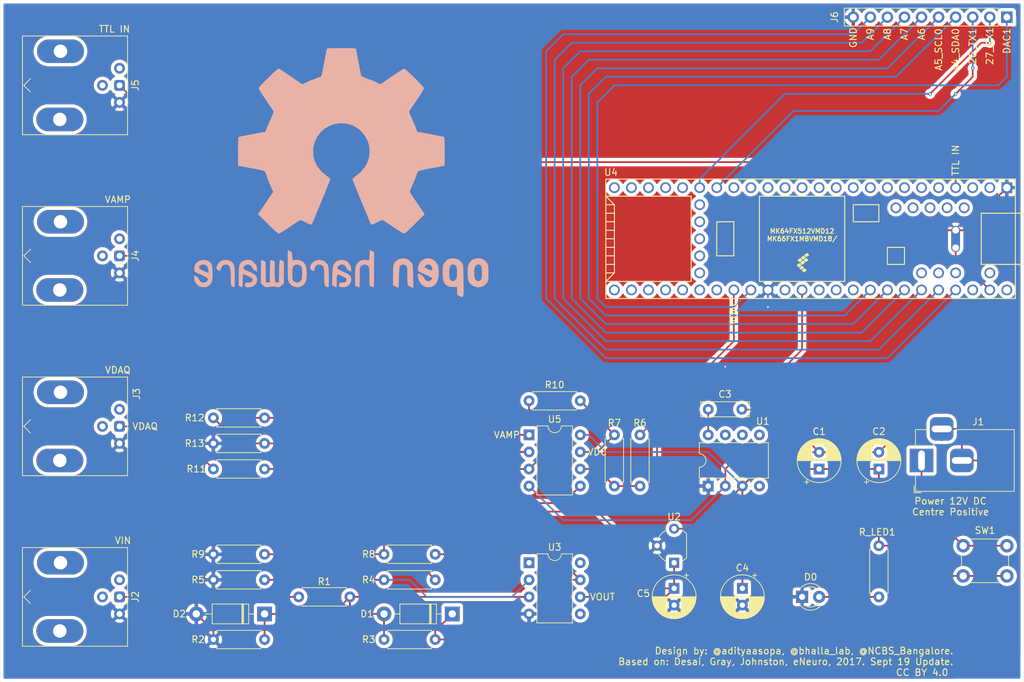
<source format=kicad_pcb>
(kicad_pcb (version 20171130) (host pcbnew "(5.1.6)-1")
  (title_block (title "Dynamic Clamp with Teensy") (date 2020-09-09) (rev v02) (comment 1 "CC BY 4.0") (comment 2 "Based on Desai, Gray, Johnston, eNeuro, 2017. Updated on Sept 19.") (comment 3 "Bhalla Lab, NCBS, Bengaluru") (comment 4 "Aditya Asopa"))
  (layers (0 F.Cu signal hide) (31 B.Cu signal hide) (36 B.SilkS user) (37 F.SilkS user) (38 B.Mask user) (39 F.Mask user) (44 Edge.Cuts user))
  (net 0 "")
  (net 1 -6V)
  (net 2 +6V)
  (net 3 "Net-(C3-Pad1)")
  (net 4 GND)
  (net 5 +3V3)
  (net 6 "Net-(D0-Pad2)")
  (net 7 "Net-(D1-Pad2)")
  (net 8 "Net-(J1-Pad1)")
  (net 9 "Net-(J2-Pad1)")
  (net 10 "Net-(J3-Pad1)")
  (net 11 "Net-(J5-Pad1)")
  (net 12 /DAC1)
  (net 13 /27_RX1)
  (net 14 /26_TX1)
  (net 15 /A4_SDA0)
  (net 16 /A5_SCL0)
  (net 17 /A6)
  (net 18 /A7)
  (net 19 /A8)
  (net 20 /A9)
  (net 21 GNDA)
  (net 22 "Net-(R4-Pad1)")
  (net 23 "Net-(R4-Pad2)")
  (net 24 "Net-(R6-Pad2)")
  (net 25 "Net-(R6-Pad1)")
  (net 26 "Net-(R10-Pad2)")
  (net 27 "Net-(R8-Pad1)")
  (net 28 "Net-(R10-Pad1)")
  (net 29 "Net-(R12-Pad2)")
  (net 30 "Net-(U1-Pad4)")
  (net 31 "Net-(U1-Pad7)")
  (net 32 "Net-(U1-Pad6)")
  (net 33 "Net-(U1-Pad5)")
  (net 34 "Net-(U3-Pad1)")
  (net 35 "Net-(U3-Pad5)")
  (net 36 "Net-(U3-Pad8)")
  (net 37 "Net-(U4-Pad17)")
  (net 38 "Net-(U4-Pad20)")
  (net 39 "Net-(U4-Pad16)")
  (net 40 "Net-(U4-Pad15)")
  (net 41 "Net-(U4-Pad14)")
  (net 42 "Net-(U4-Pad21)")
  (net 43 "Net-(U4-Pad22)")
  (net 44 "Net-(U4-Pad23)")
  (net 45 "Net-(U4-Pad24)")
  (net 46 "Net-(U4-Pad25)")
  (net 47 "Net-(U4-Pad26)")
  (net 48 "Net-(U4-Pad27)")
  (net 49 "Net-(U4-Pad28)")
  (net 50 "Net-(U4-Pad29)")
  (net 51 "Net-(U4-Pad30)")
  (net 52 "Net-(U4-Pad31)")
  (net 53 "Net-(U4-Pad32)")
  (net 54 "Net-(U4-Pad33)")
  (net 55 "Net-(U4-Pad34)")
  (net 56 "Net-(U4-Pad35)")
  (net 57 "Net-(U4-Pad36)")
  (net 58 "Net-(U4-Pad13)")
  (net 59 "Net-(U4-Pad12)")
  (net 60 "Net-(U4-Pad11)")
  (net 61 "Net-(U4-Pad10)")
  (net 62 "Net-(U4-Pad9)")
  (net 63 "Net-(U4-Pad8)")
  (net 64 "Net-(U4-Pad7)")
  (net 65 "Net-(U4-Pad6)")
  (net 66 "Net-(U4-Pad5)")
  (net 67 "Net-(U4-Pad3)")
  (net 68 "Net-(U4-Pad2)")
  (net 69 "Net-(U4-Pad40)")
  (net 70 "Net-(U4-Pad42)")
  (net 71 "Net-(U4-Pad43)")
  (net 72 "Net-(U4-Pad44)")
  (net 73 "Net-(U4-Pad51)")
  (net 74 "Net-(U4-Pad53)")
  (net 75 "Net-(U4-Pad54)")
  (net 76 "Net-(U4-Pad55)")
  (net 77 "Net-(U4-Pad56)")
  (net 78 "Net-(U4-Pad57)")
  (net 79 "Net-(J4-Pad1)")
  (module Symbol:OSHW-Logo2_48.7x40mm_SilkScreen (layer B.Cu) (at 101.6 76.454 180)
    (fp_text reference REF** hide)
    (fp_text value OSHW-Logo2_48.7x40mm_SilkScreen hide)
  )
  (module Capacitor_THT:CP_Radial_D6.3mm_P2.50mm (layer F.Cu) (at 161.29 138.43 270)
    (fp_text reference C4 (at -3.048 0 180) (layer F.SilkS))
    (fp_text value 1uF)
    (pad 2 thru_hole circle (at 2.5 0 270) (size 1.6 1.6) (drill 0.8) (layers *.Cu *.Mask) (net 4 GND))
    (pad 1 thru_hole rect (at 0 0 270) (size 1.6 1.6) (drill 0.8) (layers *.Cu *.Mask) (net 2 +6V))
  )
  (module Button_Switch_THT:SW_PUSH_6mm (layer F.Cu) (at 194.16 132.08)
    (fp_text reference SW1 (at 3.25 -2.286) (layer F.SilkS))
    (fp_text value "Power Switch")
    (pad 1 thru_hole circle (at 6.5 0 90) (size 2 2) (drill 1.1) (layers *.Cu *.Mask) (net 8 "Net-(J1-Pad1)"))
    (pad 2 thru_hole circle (at 6.5 4.5 90) (size 2 2) (drill 1.1) (layers *.Cu *.Mask) (net 2 +6V))
    (pad 1 thru_hole circle (at 0 0 90) (size 2 2) (drill 1.1) (layers *.Cu *.Mask) (net 8 "Net-(J1-Pad1)"))
    (pad 2 thru_hole circle (at 0 4.5 90) (size 2 2) (drill 1.1) (layers *.Cu *.Mask) (net 2 +6V))
  )
  (module Package_DIP:DIP-8_W7.62mm (layer F.Cu) (at 156.21 123.19 90)
    (fp_text reference U1 (at 9.652 8.128 180) (layer F.SilkS))
    (fp_text value TLE2426xP)
    (pad 8 thru_hole oval (at 7.62 0 90) (size 1.6 1.6) (drill 0.8) (layers *.Cu *.Mask) (net 3 "Net-(C3-Pad1)"))
    (pad 4 thru_hole oval (at 0 7.62 90) (size 1.6 1.6) (drill 0.8) (layers *.Cu *.Mask) (net 30 "Net-(U1-Pad4)"))
    (pad 7 thru_hole oval (at 7.62 2.54 90) (size 1.6 1.6) (drill 0.8) (layers *.Cu *.Mask) (net 31 "Net-(U1-Pad7)"))
    (pad 3 thru_hole oval (at 0 5.08 90) (size 1.6 1.6) (drill 0.8) (layers *.Cu *.Mask) (net 2 +6V))
    (pad 6 thru_hole oval (at 7.62 5.08 90) (size 1.6 1.6) (drill 0.8) (layers *.Cu *.Mask) (net 32 "Net-(U1-Pad6)"))
    (pad 2 thru_hole oval (at 0 2.54 90) (size 1.6 1.6) (drill 0.8) (layers *.Cu *.Mask) (net 1 -6V))
    (pad 5 thru_hole oval (at 7.62 7.62 90) (size 1.6 1.6) (drill 0.8) (layers *.Cu *.Mask) (net 33 "Net-(U1-Pad5)"))
    (pad 1 thru_hole rect (at 0 0 90) (size 1.6 1.6) (drill 0.8) (layers *.Cu *.Mask) (net 4 GND))
  )
  (module Capacitor_THT:CP_Radial_D6.3mm_P2.50mm (layer F.Cu) (at 181.61 120.65 90)
    (fp_text reference C2 (at 5.588 0 180) (layer F.SilkS))
    (fp_text value 100uF)
    (pad 1 thru_hole rect (at 0 0 90) (size 1.6 1.6) (drill 0.8) (layers *.Cu *.Mask) (net 2 +6V))
    (pad 2 thru_hole circle (at 2.5 0 90) (size 1.6 1.6) (drill 0.8) (layers *.Cu *.Mask) (net 1 -6V))
  )
  (module Capacitor_THT:CP_Radial_D6.3mm_P2.50mm (layer F.Cu) (at 172.72 120.65 90)
    (fp_text reference C1 (at 5.588 0 180) (layer F.SilkS))
    (fp_text value 100uF)
    (pad 2 thru_hole circle (at 2.5 0 90) (size 1.6 1.6) (drill 0.8) (layers *.Cu *.Mask) (net 1 -6V))
    (pad 1 thru_hole rect (at 0 0 90) (size 1.6 1.6) (drill 0.8) (layers *.Cu *.Mask) (net 2 +6V))
  )
  (module Capacitor_THT:C_Rect_L7.0mm_W2.0mm_P5.00mm (layer F.Cu) (at 156.21 111.76)
    (fp_text reference C3 (at 2.5 -2.25) (layer F.SilkS))
    (fp_text value 1uF)
    (pad 1 thru_hole circle (at 0 0) (size 1.6 1.6) (drill 0.8) (layers *.Cu *.Mask) (net 3 "Net-(C3-Pad1)"))
    (pad 2 thru_hole circle (at 5 0) (size 1.6 1.6) (drill 0.8) (layers *.Cu *.Mask) (net 1 -6V))
  )
  (module Capacitor_THT:CP_Radial_D6.3mm_P2.50mm (layer F.Cu) (at 151.13 138.43 270)
    (fp_text reference C5 (at 0.762 4.572 180) (layer F.SilkS))
    (fp_text value 2.2uF)
    (pad 1 thru_hole rect (at 0 0 270) (size 1.6 1.6) (drill 0.8) (layers *.Cu *.Mask) (net 5 +3V3))
    (pad 2 thru_hole circle (at 2.5 0 270) (size 1.6 1.6) (drill 0.8) (layers *.Cu *.Mask) (net 4 GND))
  )
  (module LED_THT:LED_D3.0mm (layer F.Cu) (at 170.18 139.7)
    (fp_text reference D0 (at 1.27 -2.96) (layer F.SilkS))
    (fp_text value "Power LED")
    (pad 2 thru_hole circle (at 2.54 0) (size 1.8 1.8) (drill 0.9) (layers *.Cu *.Mask) (net 6 "Net-(D0-Pad2)"))
    (pad 1 thru_hole rect (at 0 0) (size 1.8 1.8) (drill 0.9) (layers *.Cu *.Mask) (net 4 GND))
  )
  (module Diode_THT:D_DO-41_SOD81_P10.16mm_Horizontal (layer F.Cu) (at 118.11 142.24 180)
    (fp_text reference D1 (at 12.7 0) (layer F.SilkS))
    (fp_text value 1N5817)
    (pad 2 thru_hole oval (at 10.16 0 180) (size 2.2 2.2) (drill 1.1) (layers *.Cu *.Mask) (net 7 "Net-(D1-Pad2)"))
    (pad 1 thru_hole rect (at 0 0 180) (size 2.2 2.2) (drill 1.1) (layers *.Cu *.Mask) (net 5 +3V3))
  )
  (module Diode_THT:D_DO-41_SOD81_P10.16mm_Horizontal (layer F.Cu) (at 90.17 142.24 180)
    (fp_text reference D2 (at 12.7 0) (layer F.SilkS))
    (fp_text value 1N5817)
    (pad 1 thru_hole rect (at 0 0 180) (size 2.2 2.2) (drill 1.1) (layers *.Cu *.Mask) (net 7 "Net-(D1-Pad2)"))
    (pad 2 thru_hole oval (at 10.16 0 180) (size 2.2 2.2) (drill 1.1) (layers *.Cu *.Mask) (net 4 GND))
  )
  (module Connector_BarrelJack:BarrelJack_Horizontal (layer F.Cu) (at 187.96 119.38 180)
    (fp_text reference J1 (at -8.45 5.75) (layer F.SilkS))
    (fp_text value "12V DC")
    (pad 1 thru_hole rect (at 0 0 180) (size 3.5 3.5) (drill oval 1 3) (layers *.Cu *.Mask) (net 8 "Net-(J1-Pad1)"))
    (pad 2 thru_hole roundrect (at -6 0 180) (size 3.500001 3.500001) (drill oval 2.999999 1) (layers *.Cu *.Mask) (net 1 -6V))
    (pad 3 thru_hole roundrect (at -3 4.7 180) (size 3.500001 3.500001) (drill oval 2.999999 1) (layers *.Cu *.Mask) (net 1 -6V))
  )
  (module Connector_Coaxial:BNC_Amphenol_031-6575_Horizontal (layer F.Cu) (at 68.58 139.7 90)
    (fp_text reference J2 (at 0 2.35 90) (layer F.SilkS))
    (fp_text value VIN)
    (pad "" thru_hole oval (at -5.08 -8.89 90) (size 3.5 7) (drill 2.01) (layers *.Cu *.Mask))
    (pad "" thru_hole oval (at 5.08 -8.79 90) (size 3.5 7) (drill 2.01) (layers *.Cu *.Mask))
    (pad 1 thru_hole roundrect (at 0 0 90) (size 1.6 1.6) (drill 0.89) (layers *.Cu *.Mask) (net 9 "Net-(J2-Pad1)"))
    (pad 2 thru_hole circle (at -2.54 0 90) (size 1.6 1.6) (drill 0.89) (layers *.Cu *.Mask) (net 4 GND))
    (pad 3 thru_hole circle (at 0 -2.54 90) (size 1.6 1.6) (drill 0.89) (layers *.Cu *.Mask))
    (pad 4 thru_hole circle (at 2.54 0 90) (size 1.6 1.6) (drill 0.89) (layers *.Cu *.Mask))
  )
  (module Connector_Coaxial:BNC_Amphenol_031-6575_Horizontal (layer F.Cu) (at 68.58 114.3 90)
    (fp_text reference J3 (at 4.826 2.54 90) (layer F.SilkS))
    (fp_text value VDAQ)
    (pad 4 thru_hole circle (at 2.54 0 90) (size 1.6 1.6) (drill 0.89) (layers *.Cu *.Mask))
    (pad 3 thru_hole circle (at 0 -2.54 90) (size 1.6 1.6) (drill 0.89) (layers *.Cu *.Mask))
    (pad 2 thru_hole circle (at -2.54 0 90) (size 1.6 1.6) (drill 0.89) (layers *.Cu *.Mask) (net 4 GND))
    (pad 1 thru_hole roundrect (at 0 0 90) (size 1.6 1.6) (drill 0.89) (layers *.Cu *.Mask) (net 10 "Net-(J3-Pad1)"))
    (pad "" thru_hole oval (at 5.08 -8.79 90) (size 3.5 7) (drill 2.01) (layers *.Cu *.Mask))
    (pad "" thru_hole oval (at -5.08 -8.89 90) (size 3.5 7) (drill 2.01) (layers *.Cu *.Mask))
  )
  (module Connector_Coaxial:BNC_Amphenol_031-6575_Horizontal (layer F.Cu) (at 68.58 88.9 90)
    (fp_text reference J4 (at 0 2.35 90) (layer F.SilkS))
    (fp_text value VAMP)
    (pad "" thru_hole oval (at -5.08 -8.89 90) (size 3.5 7) (drill 2.01) (layers *.Cu *.Mask))
    (pad "" thru_hole oval (at 5.08 -8.79 90) (size 3.5 7) (drill 2.01) (layers *.Cu *.Mask))
    (pad 1 thru_hole roundrect (at 0 0 90) (size 1.6 1.6) (drill 0.89) (layers *.Cu *.Mask) (net 79 "Net-(J4-Pad1)"))
    (pad 2 thru_hole circle (at -2.54 0 90) (size 1.6 1.6) (drill 0.89) (layers *.Cu *.Mask) (net 4 GND))
    (pad 3 thru_hole circle (at 0 -2.54 90) (size 1.6 1.6) (drill 0.89) (layers *.Cu *.Mask))
    (pad 4 thru_hole circle (at 2.54 0 90) (size 1.6 1.6) (drill 0.89) (layers *.Cu *.Mask))
  )
  (module Connector_Coaxial:BNC_Amphenol_031-6575_Horizontal (layer F.Cu) (at 68.58 63.5 90)
    (fp_text reference J5 (at 0 2.35 90) (layer F.SilkS))
    (fp_text value TTL)
    (pad 4 thru_hole circle (at 2.54 0 90) (size 1.6 1.6) (drill 0.89) (layers *.Cu *.Mask))
    (pad 3 thru_hole circle (at 0 -2.54 90) (size 1.6 1.6) (drill 0.89) (layers *.Cu *.Mask))
    (pad 2 thru_hole circle (at -2.54 0 90) (size 1.6 1.6) (drill 0.89) (layers *.Cu *.Mask) (net 4 GND))
    (pad 1 thru_hole roundrect (at 0 0 90) (size 1.6 1.6) (drill 0.89) (layers *.Cu *.Mask) (net 11 "Net-(J5-Pad1)"))
    (pad "" thru_hole oval (at 5.08 -8.79 90) (size 3.5 7) (drill 2.01) (layers *.Cu *.Mask))
    (pad "" thru_hole oval (at -5.08 -8.89 90) (size 3.5 7) (drill 2.01) (layers *.Cu *.Mask))
  )
  (module Connector_PinSocket_2.54mm:PinSocket_1x10_P2.54mm_Vertical (layer F.Cu) (at 200.66 53.34 270)
    (fp_text reference J6 (at 0 25.654 90) (layer F.SilkS))
    (fp_text value Conn_01x10)
    (pad 10 thru_hole oval (at 0 22.86 270) (size 1.7 1.7) (drill 1) (layers *.Cu *.Mask) (net 4 GND))
    (pad 9 thru_hole oval (at 0 20.32 270) (size 1.7 1.7) (drill 1) (layers *.Cu *.Mask) (net 20 /A9))
    (pad 8 thru_hole oval (at 0 17.78 270) (size 1.7 1.7) (drill 1) (layers *.Cu *.Mask) (net 19 /A8))
    (pad 7 thru_hole oval (at 0 15.24 270) (size 1.7 1.7) (drill 1) (layers *.Cu *.Mask) (net 18 /A7))
    (pad 6 thru_hole oval (at 0 12.7 270) (size 1.7 1.7) (drill 1) (layers *.Cu *.Mask) (net 17 /A6))
    (pad 5 thru_hole oval (at 0 10.16 270) (size 1.7 1.7) (drill 1) (layers *.Cu *.Mask) (net 16 /A5_SCL0))
    (pad 4 thru_hole oval (at 0 7.62 270) (size 1.7 1.7) (drill 1) (layers *.Cu *.Mask) (net 15 /A4_SDA0))
    (pad 3 thru_hole oval (at 0 5.08 270) (size 1.7 1.7) (drill 1) (layers *.Cu *.Mask) (net 14 /26_TX1))
    (pad 2 thru_hole oval (at 0 2.54 270) (size 1.7 1.7) (drill 1) (layers *.Cu *.Mask) (net 13 /27_RX1))
    (pad 1 thru_hole rect (at 0 0 270) (size 1.7 1.7) (drill 1) (layers *.Cu *.Mask) (net 12 /DAC1))
  )
  (module NetTie:NetTie-2_THT_Pad1.0mm (layer F.Cu) (at 193.04 85.09 270)
    (fp_text reference NT1 hide)
    (fp_text value Net-Tie_2)
    (fp_poly (pts (xy 0 -0.65) (xy 2.6 -0.65) (xy 2.6 0.65) (xy 0 0.65)) (layer F.Cu) (width 0))
    (fp_poly (pts (xy 0 -0.65) (xy 2.6 -0.65) (xy 2.6 0.65) (xy 0 0.65)) (layer B.Cu) (width 0))
    (pad 1 thru_hole circle (at 0 0 270) (size 1.3 1.3) (drill 1) (layers *.Cu) (net 4 GND))
    (pad 2 thru_hole circle (at 2.6 0 270) (size 1.3 1.3) (drill 1) (layers *.Cu) (net 21 GNDA))
  )
  (module Resistor_THT:R_Axial_DIN0207_L6.3mm_D2.5mm_P7.62mm_Horizontal (layer F.Cu) (at 102.87 139.7 180)
    (fp_text reference R1 (at 3.81 2.286) (layer F.SilkS))
    (fp_text value 10kΩ)
    (pad 2 thru_hole oval (at 7.62 0 180) (size 1.6 1.6) (drill 0.8) (layers *.Cu *.Mask) (net 9 "Net-(J2-Pad1)"))
    (pad 1 thru_hole circle (at 0 0 180) (size 1.6 1.6) (drill 0.8) (layers *.Cu *.Mask) (net 7 "Net-(D1-Pad2)"))
  )
  (module Resistor_THT:R_Axial_DIN0207_L6.3mm_D2.5mm_P7.62mm_Horizontal (layer F.Cu) (at 82.55 146.05)
    (fp_text reference R2 (at -2.286 0) (layer F.SilkS))
    (fp_text value 4.7kΩ)
    (pad 1 thru_hole circle (at 0 0) (size 1.6 1.6) (drill 0.8) (layers *.Cu *.Mask) (net 4 GND))
    (pad 2 thru_hole oval (at 7.62 0) (size 1.6 1.6) (drill 0.8) (layers *.Cu *.Mask) (net 7 "Net-(D1-Pad2)"))
  )
  (module Resistor_THT:R_Axial_DIN0207_L6.3mm_D2.5mm_P7.62mm_Horizontal (layer F.Cu) (at 115.57 146.05 180)
    (fp_text reference R3 (at 9.906 0) (layer F.SilkS))
    (fp_text value 3.2kΩ)
    (pad 1 thru_hole circle (at 0 0 180) (size 1.6 1.6) (drill 0.8) (layers *.Cu *.Mask) (net 5 +3V3))
    (pad 2 thru_hole oval (at 7.62 0 180) (size 1.6 1.6) (drill 0.8) (layers *.Cu *.Mask) (net 7 "Net-(D1-Pad2)"))
  )
  (module Resistor_THT:R_Axial_DIN0207_L6.3mm_D2.5mm_P7.62mm_Horizontal (layer F.Cu) (at 115.57 137.16 180)
    (fp_text reference R4 (at 9.906 0) (layer F.SilkS))
    (fp_text value 0)
    (pad 1 thru_hole circle (at 0 0 180) (size 1.6 1.6) (drill 0.8) (layers *.Cu *.Mask) (net 22 "Net-(R4-Pad1)"))
    (pad 2 thru_hole oval (at 7.62 0 180) (size 1.6 1.6) (drill 0.8) (layers *.Cu *.Mask) (net 23 "Net-(R4-Pad2)"))
  )
  (module Resistor_THT:R_Axial_DIN0207_L6.3mm_D2.5mm_P7.62mm_Horizontal (layer F.Cu) (at 90.17 137.16 180)
    (fp_text reference R5 (at 9.906 0) (layer F.SilkS))
    (fp_text value Inf)
    (pad 2 thru_hole oval (at 7.62 0 180) (size 1.6 1.6) (drill 0.8) (layers *.Cu *.Mask) (net 4 GND))
    (pad 1 thru_hole circle (at 0 0 180) (size 1.6 1.6) (drill 0.8) (layers *.Cu *.Mask) (net 23 "Net-(R4-Pad2)"))
  )
  (module Resistor_THT:R_Axial_DIN0207_L6.3mm_D2.5mm_P7.62mm_Horizontal (layer F.Cu) (at 146.05 123.19 90)
    (fp_text reference R6 (at 9.398 0 180) (layer F.SilkS))
    (fp_text value 4.7kΩ)
    (pad 2 thru_hole oval (at 7.62 0 90) (size 1.6 1.6) (drill 0.8) (layers *.Cu *.Mask) (net 24 "Net-(R6-Pad2)"))
    (pad 1 thru_hole circle (at 0 0 90) (size 1.6 1.6) (drill 0.8) (layers *.Cu *.Mask) (net 25 "Net-(R6-Pad1)"))
  )
  (module Resistor_THT:R_Axial_DIN0207_L6.3mm_D2.5mm_P7.62mm_Horizontal (layer F.Cu) (at 142.24 123.19 90)
    (fp_text reference R7 (at 9.398 0 180) (layer F.SilkS))
    (fp_text value 10kΩ)
    (pad 2 thru_hole oval (at 7.62 0 90) (size 1.6 1.6) (drill 0.8) (layers *.Cu *.Mask) (net 26 "Net-(R10-Pad2)"))
    (pad 1 thru_hole circle (at 0 0 90) (size 1.6 1.6) (drill 0.8) (layers *.Cu *.Mask) (net 25 "Net-(R6-Pad1)"))
  )
  (module Resistor_THT:R_Axial_DIN0207_L6.3mm_D2.5mm_P7.62mm_Horizontal (layer F.Cu) (at 107.95 133.35)
    (fp_text reference R8 (at -2.286 0) (layer F.SilkS))
    (fp_text value 10kΩ)
    (pad 2 thru_hole oval (at 7.62 0) (size 1.6 1.6) (drill 0.8) (layers *.Cu *.Mask) (net 5 +3V3))
    (pad 1 thru_hole circle (at 0 0) (size 1.6 1.6) (drill 0.8) (layers *.Cu *.Mask) (net 27 "Net-(R8-Pad1)"))
  )
  (module Resistor_THT:R_Axial_DIN0207_L6.3mm_D2.5mm_P7.62mm_Horizontal (layer F.Cu) (at 90.17 133.35 180)
    (fp_text reference R9 (at 9.906 0) (layer F.SilkS))
    (fp_text value 4.7kΩ)
    (pad 1 thru_hole circle (at 0 0 180) (size 1.6 1.6) (drill 0.8) (layers *.Cu *.Mask) (net 27 "Net-(R8-Pad1)"))
    (pad 2 thru_hole oval (at 7.62 0 180) (size 1.6 1.6) (drill 0.8) (layers *.Cu *.Mask) (net 4 GND))
  )
  (module Resistor_THT:R_Axial_DIN0207_L6.3mm_D2.5mm_P7.62mm_Horizontal (layer F.Cu) (at 129.54 110.49)
    (fp_text reference R10 (at 3.81 -2.37) (layer F.SilkS))
    (fp_text value 10kΩ)
    (pad 1 thru_hole circle (at 0 0) (size 1.6 1.6) (drill 0.8) (layers *.Cu *.Mask) (net 28 "Net-(R10-Pad1)"))
    (pad 2 thru_hole oval (at 7.62 0) (size 1.6 1.6) (drill 0.8) (layers *.Cu *.Mask) (net 26 "Net-(R10-Pad2)"))
  )
  (module Resistor_THT:R_Axial_DIN0207_L6.3mm_D2.5mm_P7.62mm_Horizontal (layer F.Cu) (at 90.17 120.65 180)
    (fp_text reference R11 (at 10.16 0) (layer F.SilkS))
    (fp_text value 10kΩ)
    (pad 2 thru_hole oval (at 7.62 0 180) (size 1.6 1.6) (drill 0.8) (layers *.Cu *.Mask) (net 10 "Net-(J3-Pad1)"))
    (pad 1 thru_hole circle (at 0 0 180) (size 1.6 1.6) (drill 0.8) (layers *.Cu *.Mask) (net 28 "Net-(R10-Pad1)"))
  )
  (module Resistor_THT:R_Axial_DIN0207_L6.3mm_D2.5mm_P7.62mm_Horizontal (layer F.Cu) (at 90.17 113.03 180)
    (fp_text reference R12 (at 10.414 0) (layer F.SilkS))
    (fp_text value 10kΩ)
    (pad 1 thru_hole circle (at 0 0 180) (size 1.6 1.6) (drill 0.8) (layers *.Cu *.Mask) (net 79 "Net-(J4-Pad1)"))
    (pad 2 thru_hole oval (at 7.62 0 180) (size 1.6 1.6) (drill 0.8) (layers *.Cu *.Mask) (net 29 "Net-(R12-Pad2)"))
  )
  (module Resistor_THT:R_Axial_DIN0207_L6.3mm_D2.5mm_P7.62mm_Horizontal (layer F.Cu) (at 90.17 116.84 180)
    (fp_text reference R13 (at 10.414 0) (layer F.SilkS))
    (fp_text value 10kΩ)
    (pad 1 thru_hole circle (at 0 0 180) (size 1.6 1.6) (drill 0.8) (layers *.Cu *.Mask) (net 29 "Net-(R12-Pad2)"))
    (pad 2 thru_hole oval (at 7.62 0 180) (size 1.6 1.6) (drill 0.8) (layers *.Cu *.Mask) (net 4 GND))
  )
  (module Resistor_THT:R_Axial_DIN0207_L6.3mm_D2.5mm_P7.62mm_Horizontal (layer F.Cu) (at 181.61 139.7 90)
    (fp_text reference R_LED1 (at 9.652 -0.254 180) (layer F.SilkS))
    (fp_text value 470Ω)
    (pad 1 thru_hole circle (at 0 0 90) (size 1.6 1.6) (drill 0.8) (layers *.Cu *.Mask) (net 6 "Net-(D0-Pad2)"))
    (pad 2 thru_hole oval (at 7.62 0 90) (size 1.6 1.6) (drill 0.8) (layers *.Cu *.Mask) (net 2 +6V))
  )
  (module Package_DIP:DIP-8_W7.62mm (layer F.Cu) (at 129.54 134.62)
    (fp_text reference U3 (at 3.81 -2.33) (layer F.SilkS))
    (fp_text value AD8031ANZ)
    (pad 1 thru_hole rect (at 0 0) (size 1.6 1.6) (drill 0.8) (layers *.Cu *.Mask) (net 34 "Net-(U3-Pad1)"))
    (pad 5 thru_hole oval (at 7.62 7.62) (size 1.6 1.6) (drill 0.8) (layers *.Cu *.Mask) (net 35 "Net-(U3-Pad5)"))
    (pad 2 thru_hole oval (at 0 2.54) (size 1.6 1.6) (drill 0.8) (layers *.Cu *.Mask) (net 23 "Net-(R4-Pad2)"))
    (pad 6 thru_hole oval (at 7.62 5.08) (size 1.6 1.6) (drill 0.8) (layers *.Cu *.Mask) (net 22 "Net-(R4-Pad1)"))
    (pad 3 thru_hole oval (at 0 5.08) (size 1.6 1.6) (drill 0.8) (layers *.Cu *.Mask) (net 7 "Net-(D1-Pad2)"))
    (pad 7 thru_hole oval (at 7.62 2.54) (size 1.6 1.6) (drill 0.8) (layers *.Cu *.Mask) (net 5 +3V3))
    (pad 4 thru_hole oval (at 0 7.62) (size 1.6 1.6) (drill 0.8) (layers *.Cu *.Mask) (net 4 GND))
    (pad 8 thru_hole oval (at 7.62 0) (size 1.6 1.6) (drill 0.8) (layers *.Cu *.Mask) (net 36 "Net-(U3-Pad8)"))
  )
  (module teensy:Teensy35_36 (layer F.Cu) (at 171.45 86.36 180)
    (fp_text reference U4 (at 29.718 9.906) (layer F.SilkS))
    (fp_text value Teensy3.6)
    (fp_text user MK66FX1MBVMD18/ (at 1.27 0) (layer F.SilkS) (effects (font (size 0.7 0.7))))
    (fp_text user MK64FX512VMD12 (at 1.27 1.143) (layer F.SilkS) (effects (font (size 0.7 0.7))))
    (pad 17 thru_hole circle (at 11.43 7.62 180) (size 1.6 1.6) (drill 1.1) (layers *.Cu *.Mask) (net 37 "Net-(U4-Pad17)"))
    (pad 18 thru_hole circle (at 13.97 7.62 180) (size 1.6 1.6) (drill 1.1) (layers *.Cu *.Mask) (net 14 /26_TX1))
    (pad 19 thru_hole circle (at 16.51 7.62 180) (size 1.6 1.6) (drill 1.1) (layers *.Cu *.Mask) (net 13 /27_RX1))
    (pad 20 thru_hole circle (at 19.05 7.62 180) (size 1.6 1.6) (drill 1.1) (layers *.Cu *.Mask) (net 38 "Net-(U4-Pad20)"))
    (pad 16 thru_hole circle (at 8.89 7.62 180) (size 1.6 1.6) (drill 1.1) (layers *.Cu *.Mask) (net 39 "Net-(U4-Pad16)"))
    (pad 15 thru_hole circle (at 6.35 7.62 180) (size 1.6 1.6) (drill 1.1) (layers *.Cu *.Mask) (net 40 "Net-(U4-Pad15)"))
    (pad 14 thru_hole circle (at 3.81 7.62 180) (size 1.6 1.6) (drill 1.1) (layers *.Cu *.Mask) (net 41 "Net-(U4-Pad14)"))
    (pad 21 thru_hole circle (at 21.59 7.62 180) (size 1.6 1.6) (drill 1.1) (layers *.Cu *.Mask) (net 42 "Net-(U4-Pad21)"))
    (pad 22 thru_hole circle (at 24.13 7.62 180) (size 1.6 1.6) (drill 1.1) (layers *.Cu *.Mask) (net 43 "Net-(U4-Pad22)"))
    (pad 23 thru_hole circle (at 26.67 7.62 180) (size 1.6 1.6) (drill 1.1) (layers *.Cu *.Mask) (net 44 "Net-(U4-Pad23)"))
    (pad 24 thru_hole circle (at 29.21 7.62 180) (size 1.6 1.6) (drill 1.1) (layers *.Cu *.Mask) (net 45 "Net-(U4-Pad24)"))
    (pad 25 thru_hole circle (at 16.51 5.08 180) (size 1.6 1.6) (drill 1.1) (layers *.Cu *.Mask) (net 46 "Net-(U4-Pad25)"))
    (pad 26 thru_hole circle (at 16.51 2.54 180) (size 1.6 1.6) (drill 1.1) (layers *.Cu *.Mask) (net 47 "Net-(U4-Pad26)"))
    (pad 27 thru_hole circle (at 16.51 0 180) (size 1.6 1.6) (drill 1.1) (layers *.Cu *.Mask) (net 48 "Net-(U4-Pad27)"))
    (pad 28 thru_hole circle (at 16.51 -2.54 180) (size 1.6 1.6) (drill 1.1) (layers *.Cu *.Mask) (net 49 "Net-(U4-Pad28)"))
    (pad 29 thru_hole circle (at 16.51 -5.08 180) (size 1.6 1.6) (drill 1.1) (layers *.Cu *.Mask) (net 50 "Net-(U4-Pad29)"))
    (pad 30 thru_hole circle (at 29.21 -7.62 180) (size 1.6 1.6) (drill 1.1) (layers *.Cu *.Mask) (net 51 "Net-(U4-Pad30)"))
    (pad 31 thru_hole circle (at 26.67 -7.62 180) (size 1.6 1.6) (drill 1.1) (layers *.Cu *.Mask) (net 52 "Net-(U4-Pad31)"))
    (pad 32 thru_hole circle (at 24.13 -7.62 180) (size 1.6 1.6) (drill 1.1) (layers *.Cu *.Mask) (net 53 "Net-(U4-Pad32)"))
    (pad 33 thru_hole circle (at 21.59 -7.62 180) (size 1.6 1.6) (drill 1.1) (layers *.Cu *.Mask) (net 54 "Net-(U4-Pad33)"))
    (pad 34 thru_hole circle (at 19.05 -7.62 180) (size 1.6 1.6) (drill 1.1) (layers *.Cu *.Mask) (net 55 "Net-(U4-Pad34)"))
    (pad 35 thru_hole circle (at 16.51 -7.62 180) (size 1.6 1.6) (drill 1.1) (layers *.Cu *.Mask) (net 56 "Net-(U4-Pad35)"))
    (pad 36 thru_hole circle (at 13.97 -7.62 180) (size 1.6 1.6) (drill 1.1) (layers *.Cu *.Mask) (net 57 "Net-(U4-Pad36)"))
    (pad 37 thru_hole circle (at 11.43 -7.62 180) (size 1.6 1.6) (drill 1.1) (layers *.Cu *.Mask) (net 24 "Net-(R6-Pad2)"))
    (pad 13 thru_hole circle (at 1.27 7.62 180) (size 1.6 1.6) (drill 1.1) (layers *.Cu *.Mask) (net 58 "Net-(U4-Pad13)"))
    (pad 12 thru_hole circle (at -1.27 7.62 180) (size 1.6 1.6) (drill 1.1) (layers *.Cu *.Mask) (net 59 "Net-(U4-Pad12)"))
    (pad 11 thru_hole circle (at -3.81 7.62 180) (size 1.6 1.6) (drill 1.1) (layers *.Cu *.Mask) (net 60 "Net-(U4-Pad11)"))
    (pad 10 thru_hole circle (at -6.35 7.62 180) (size 1.6 1.6) (drill 1.1) (layers *.Cu *.Mask) (net 61 "Net-(U4-Pad10)"))
    (pad 9 thru_hole circle (at -8.89 7.62 180) (size 1.6 1.6) (drill 1.1) (layers *.Cu *.Mask) (net 62 "Net-(U4-Pad9)"))
    (pad 8 thru_hole circle (at -11.43 7.62 180) (size 1.6 1.6) (drill 1.1) (layers *.Cu *.Mask) (net 63 "Net-(U4-Pad8)"))
    (pad 7 thru_hole circle (at -13.97 7.62 180) (size 1.6 1.6) (drill 1.1) (layers *.Cu *.Mask) (net 64 "Net-(U4-Pad7)"))
    (pad 6 thru_hole circle (at -16.51 7.62 180) (size 1.6 1.6) (drill 1.1) (layers *.Cu *.Mask) (net 65 "Net-(U4-Pad6)"))
    (pad 5 thru_hole circle (at -19.05 7.62 180) (size 1.6 1.6) (drill 1.1) (layers *.Cu *.Mask) (net 66 "Net-(U4-Pad5)"))
    (pad 4 thru_hole circle (at -21.59 7.62 180) (size 1.6 1.6) (drill 1.1) (layers *.Cu *.Mask) (net 11 "Net-(J5-Pad1)"))
    (pad 3 thru_hole circle (at -24.13 7.62 180) (size 1.6 1.6) (drill 1.1) (layers *.Cu *.Mask) (net 67 "Net-(U4-Pad3)"))
    (pad 2 thru_hole circle (at -26.67 7.62 180) (size 1.6 1.6) (drill 1.1) (layers *.Cu *.Mask) (net 68 "Net-(U4-Pad2)"))
    (pad 1 thru_hole rect (at -29.21 7.62 180) (size 1.6 1.6) (drill 1.1) (layers *.Cu *.Mask) (net 4 GND))
    (pad 38 thru_hole circle (at 8.89 -7.62 180) (size 1.6 1.6) (drill 1.1) (layers *.Cu *.Mask) (net 12 /DAC1))
    (pad 39 thru_hole circle (at 6.35 -7.62 180) (size 1.6 1.6) (drill 1.1) (layers *.Cu *.Mask) (net 4 GND))
    (pad 40 thru_hole circle (at 3.81 -7.62 180) (size 1.6 1.6) (drill 1.1) (layers *.Cu *.Mask) (net 69 "Net-(U4-Pad40)"))
    (pad 41 thru_hole circle (at 1.27 -7.62 180) (size 1.6 1.6) (drill 1.1) (layers *.Cu *.Mask) (net 22 "Net-(R4-Pad1)"))
    (pad 42 thru_hole circle (at -1.27 -7.62 180) (size 1.6 1.6) (drill 1.1) (layers *.Cu *.Mask) (net 70 "Net-(U4-Pad42)"))
    (pad 43 thru_hole circle (at -3.81 -7.62 180) (size 1.6 1.6) (drill 1.1) (layers *.Cu *.Mask) (net 71 "Net-(U4-Pad43)"))
    (pad 44 thru_hole circle (at -6.35 -7.62 180) (size 1.6 1.6) (drill 1.1) (layers *.Cu *.Mask) (net 72 "Net-(U4-Pad44)"))
    (pad 45 thru_hole circle (at -8.89 -7.62 180) (size 1.6 1.6) (drill 1.1) (layers *.Cu *.Mask) (net 15 /A4_SDA0))
    (pad 46 thru_hole circle (at -11.43 -7.62 180) (size 1.6 1.6) (drill 1.1) (layers *.Cu *.Mask) (net 16 /A5_SCL0))
    (pad 47 thru_hole circle (at -13.97 -7.62 180) (size 1.6 1.6) (drill 1.1) (layers *.Cu *.Mask) (net 17 /A6))
    (pad 48 thru_hole circle (at -16.51 -7.62 180) (size 1.6 1.6) (drill 1.1) (layers *.Cu *.Mask) (net 18 /A7))
    (pad 49 thru_hole circle (at -19.05 -7.62 180) (size 1.6 1.6) (drill 1.1) (layers *.Cu *.Mask) (net 19 /A8))
    (pad 50 thru_hole circle (at -21.59 -7.62 180) (size 1.6 1.6) (drill 1.1) (layers *.Cu *.Mask) (net 20 /A9))
    (pad 51 thru_hole circle (at -24.13 -7.62 180) (size 1.6 1.6) (drill 1.1) (layers *.Cu *.Mask) (net 73 "Net-(U4-Pad51)"))
    (pad 52 thru_hole circle (at -26.67 -7.62 180) (size 1.6 1.6) (drill 1.1) (layers *.Cu *.Mask) (net 21 GNDA))
    (pad 53 thru_hole circle (at -29.21 -7.62 180) (size 1.6 1.6) (drill 1.1) (layers *.Cu *.Mask) (net 74 "Net-(U4-Pad53)"))
    (pad 54 thru_hole circle (at -26.67 -5.08 180) (size 1.6 1.6) (drill 1.1) (layers *.Cu *.Mask) (net 75 "Net-(U4-Pad54)"))
    (pad 55 thru_hole circle (at -21.59 -5.08 180) (size 1.6 1.6) (drill 1.1) (layers *.Cu *.Mask) (net 76 "Net-(U4-Pad55)"))
    (pad 56 thru_hole circle (at -19.05 -5.08 180) (size 1.6 1.6) (drill 1.1) (layers *.Cu *.Mask) (net 77 "Net-(U4-Pad56)"))
    (pad 57 thru_hole circle (at -16.51 -5.08 180) (size 1.6 1.6) (drill 1.1) (layers *.Cu *.Mask) (net 78 "Net-(U4-Pad57)"))
    (pad 58 thru_hole circle (at -22.86 4.62 180) (size 1.6 1.6) (drill 1.1) (layers *.Cu *.Mask))
    (pad 59 thru_hole circle (at -20.32 4.62 180) (size 1.6 1.6) (drill 1.1) (layers *.Cu *.Mask))
    (pad 60 thru_hole circle (at -17.78 4.62 180) (size 1.6 1.6) (drill 1.1) (layers *.Cu *.Mask))
    (pad 61 thru_hole circle (at -15.24 4.62 180) (size 1.6 1.6) (drill 1.1) (layers *.Cu *.Mask))
    (pad 62 thru_hole circle (at -12.7 4.62 180) (size 1.6 1.6) (drill 1.1) (layers *.Cu *.Mask))
  )
  (module Package_DIP:DIP-8_W7.62mm (layer F.Cu) (at 129.54 115.57)
    (fp_text reference U5 (at 3.81 -2.33) (layer F.SilkS))
    (fp_text value LM358)
    (pad 1 thru_hole rect (at 0 0) (size 1.6 1.6) (drill 0.8) (layers *.Cu *.Mask) (net 79 "Net-(J4-Pad1)"))
    (pad 5 thru_hole oval (at 7.62 7.62) (size 1.6 1.6) (drill 0.8) (layers *.Cu *.Mask) (net 27 "Net-(R8-Pad1)"))
    (pad 2 thru_hole oval (at 0 2.54) (size 1.6 1.6) (drill 0.8) (layers *.Cu *.Mask) (net 29 "Net-(R12-Pad2)"))
    (pad 6 thru_hole oval (at 7.62 5.08) (size 1.6 1.6) (drill 0.8) (layers *.Cu *.Mask) (net 25 "Net-(R6-Pad1)"))
    (pad 3 thru_hole oval (at 0 5.08) (size 1.6 1.6) (drill 0.8) (layers *.Cu *.Mask) (net 28 "Net-(R10-Pad1)"))
    (pad 7 thru_hole oval (at 7.62 2.54) (size 1.6 1.6) (drill 0.8) (layers *.Cu *.Mask) (net 26 "Net-(R10-Pad2)"))
    (pad 4 thru_hole oval (at 0 7.62) (size 1.6 1.6) (drill 0.8) (layers *.Cu *.Mask) (net 1 -6V))
    (pad 8 thru_hole oval (at 7.62 0) (size 1.6 1.6) (drill 0.8) (layers *.Cu *.Mask) (net 2 +6V))
  )
  (module Package_TO_SOT_THT:TO-92_Wide (layer F.Cu) (at 151.13 134.62 90)
    (fp_text reference U2 (at 6.858 0 180) (layer F.SilkS))
    (fp_text value LP2950-3.3)
    (pad 2 thru_hole circle (at 2.54 -2.54 180) (size 1.5 1.5) (drill 0.8) (layers *.Cu *.Mask) (net 4 GND))
    (pad 3 thru_hole circle (at 5.08 0 180) (size 1.5 1.5) (drill 0.8) (layers *.Cu *.Mask) (net 2 +6V))
    (pad 1 thru_hole rect (at 0 0 180) (size 1.5 1.5) (drill 0.8) (layers *.Cu *.Mask) (net 5 +3V3))
  )
  (gr_text "Ver 2.0" (at 197.866 150.114) (layer F.Cu) (effects (font (size 1.5 1.5) (thickness 0.3))))
  (gr_text GND (at 177.8 56.388 90) (layer F.SilkS) (effects (font (size 1 1))))
  (gr_text A9 (at 180.34 55.88 90) (layer F.SilkS) (effects (font (size 1 1))))
  (gr_text A8 (at 182.88 55.88 90) (layer F.SilkS) (effects (font (size 1 1))))
  (gr_text A7 (at 185.42 55.88 90) (layer F.SilkS) (effects (font (size 1 1))))
  (gr_text A6 (at 187.96 55.88 90) (layer F.SilkS) (effects (font (size 1 1))))
  (gr_text A5_SCL0 (at 190.5 58.166 90) (layer F.SilkS) (effects (font (size 1 1))))
  (gr_text A4_SDA0 (at 193.04 58.166 90) (layer F.SilkS) (effects (font (size 1 1))))
  (gr_text 26_TX1 (at 195.58 60.452 90) (layer F.SilkS) (effects (font (size 1 1)) (justify left)))
  (gr_text 27_RX1 (at 198.12 57.658 90) (layer F.SilkS) (effects (font (size 1 1))))
  (gr_text DAC1 (at 200.66 56.896 90) (layer F.SilkS) (effects (font (size 1 1))))
  (gr_text "Design by: @adityaasopa, @bhalla_lab, @NCBS_Bangalore.\nBased on: Desai, Gray, Johnston, eNeuro, 2017. Sept 19 Update.\nCC BY 4.0 " (at 192.786 149.352) (layer F.SilkS) (effects (font (size 1 1)) (justify right)))
  (gr_text "TTL IN" (at 193.04 74.676 90) (layer F.SilkS) (effects (font (size 1 1))))
  (gr_text VAMP (at 126.238 115.57) (layer F.SilkS) (effects (font (size 1 1))))
  (gr_text VDAQ (at 72.39 114.3) (layer F.SilkS) (effects (font (size 1 1))))
  (gr_text VDC (at 139.7 118.11) (layer F.SilkS) (effects (font (size 1 1))))
  (gr_text VDAC (at 160.02 97.282 90) (layer F.SilkS) (effects (font (size 1 1))))
  (gr_text VOUT (at 140.462 139.7) (layer F.SilkS) (effects (font (size 1 1))))
  (gr_text "TTL IN" (at 67.818 55.118) (layer F.SilkS) (effects (font (size 1 1))))
  (gr_text VAMP (at 68.326 80.518) (layer F.SilkS) (effects (font (size 1 1))))
  (gr_text VDAQ (at 68.326 105.918) (layer F.SilkS) (effects (font (size 1 1))))
  (gr_text VIN (at 69.088 131.318) (layer F.SilkS) (effects (font (size 1 1))))
  (gr_text "Power 12V DC\nCentre Positive" (at 192.278 126.238) (layer F.SilkS) (effects (font (size 1 1))))
  (gr_line (start 50.8 152.4) (end 50.8 50.8) (layer Edge.Cuts) (width 0.0254))
  (gr_line (start 203.2 152.4) (end 50.8 152.4) (layer Edge.Cuts) (width 0.0254))
  (gr_line (start 203.2 50.8) (end 203.2 152.4) (layer Edge.Cuts) (width 0.0254))
  (gr_line (start 50.8 50.8) (end 203.2 50.8) (layer Edge.Cuts) (width 0.0254))
  (segment (start 189.27 110.49) (end 181.61 118.15) (width 0.254) (layer F.Cu) (net 1))
  (segment (start 181.61 118.15) (end 172.72 118.15) (width 0.254) (layer F.Cu) (net 1))
  (segment (start 172.72 118.15) (end 166.37 111.8) (width 0.254) (layer F.Cu) (net 1))
  (segment (start 161.25 111.8) (end 161.21 111.76) (width 0.254) (layer F.Cu) (net 1))
  (segment (start 166.37 111.8) (end 161.25 111.8) (width 0.254) (layer F.Cu) (net 1))
  (segment (start 158.75 123.19) (end 158.75 120.65) (width 0.254) (layer F.Cu) (net 1))
  (segment (start 161.25 118.15) (end 172.72 118.15) (width 0.254) (layer F.Cu) (net 1))
  (segment (start 158.75 120.65) (end 161.25 118.15) (width 0.254) (layer F.Cu) (net 1))
  (segment (start 129.54 123.19) (end 134.62 128.27) (width 0.254) (layer B.Cu) (net 1))
  (segment (start 134.62 128.27) (end 153.67 128.27) (width 0.254) (layer B.Cu) (net 1))
  (segment (start 153.67 128.27) (end 158.75 123.19) (width 0.254) (layer B.Cu) (net 1))
  (segment (start 190.96 114.68) (end 190.96 116.38) (width 0.254) (layer F.Cu) (net 1))
  (segment (start 193.96 119.38) (end 196.596 119.38) (width 0.254) (layer F.Cu) (net 1))
  (segment (start 196.596 119.38) (end 199.898 116.078) (width 0.254) (layer F.Cu) (net 1))
  (segment (start 199.898 116.078) (end 199.898 110.998) (width 0.254) (layer F.Cu) (net 1))
  (segment (start 199.898 110.998) (end 199.39 110.49) (width 0.254) (layer F.Cu) (net 1))
  (segment (start 199.39 110.49) (end 189.27 110.49) (width 0.254) (layer F.Cu) (net 1))
  (segment (start 190.96 114.68) (end 193.42 114.68) (width 0.254) (layer F.Cu) (net 1))
  (segment (start 193.96 115.22) (end 193.96 119.38) (width 0.254) (layer F.Cu) (net 1))
  (segment (start 193.42 114.68) (end 193.96 115.22) (width 0.254) (layer F.Cu) (net 1))
  (segment (start 200.66 136.58) (end 194.16 136.58) (width 0.254) (layer F.Cu) (net 2))
  (segment (start 194.16 136.58) (end 188.65 136.58) (width 0.254) (layer F.Cu) (net 2))
  (segment (start 181.61 129.54) (end 181.61 120.65) (width 0.254) (layer F.Cu) (net 2))
  (segment (start 181.61 120.65) (end 172.72 120.65) (width 0.254) (layer F.Cu) (net 2))
  (segment (start 161.29 123.19) (end 163.83 120.65) (width 0.254) (layer F.Cu) (net 2))
  (segment (start 163.83 120.65) (end 172.72 120.65) (width 0.254) (layer F.Cu) (net 2))
  (segment (start 161.29 123.19) (end 161.29 127) (width 0.254) (layer F.Cu) (net 2))
  (segment (start 184.15 132.08) (end 188.65 136.58) (width 0.254) (layer F.Cu) (net 2))
  (segment (start 181.61 132.08) (end 184.15 132.08) (width 0.254) (layer F.Cu) (net 2))
  (segment (start 181.61 129.54) (end 181.61 132.08) (width 0.254) (layer F.Cu) (net 2))
  (segment (start 161.29 138.43) (end 161.29 134.62) (width 0.254) (layer F.Cu) (net 2))
  (segment (start 161.29 123.19) (end 161.29 138.43) (width 0.254) (layer F.Cu) (net 2))
  (segment (start 140.97 118.11) (end 138.43 115.57) (width 0.254) (layer B.Cu) (net 2))
  (segment (start 138.43 115.57) (end 137.16 115.57) (width 0.254) (layer B.Cu) (net 2))
  (segment (start 161.29 123.19) (end 156.21 118.11) (width 0.254) (layer B.Cu) (net 2))
  (segment (start 156.21 118.11) (end 140.97 118.11) (width 0.254) (layer B.Cu) (net 2))
  (segment (start 151.13 129.54) (end 154.94 129.54) (width 0.254) (layer F.Cu) (net 2))
  (segment (start 154.94 129.54) (end 161.29 123.19) (width 0.254) (layer F.Cu) (net 2))
  (segment (start 156.21 111.76) (end 156.21 115.57) (width 0.254) (layer F.Cu) (net 3))
  (segment (start 82.55 144.78) (end 82.55 146.05) (width 0.254) (layer F.Cu) (net 4))
  (segment (start 80.01 142.24) (end 82.55 144.78) (width 0.254) (layer F.Cu) (net 4))
  (segment (start 165.1 93.98) (end 173.99 85.09) (width 0.254) (layer F.Cu) (net 4))
  (segment (start 173.99 85.09) (end 193.04 85.09) (width 0.254) (layer F.Cu) (net 4))
  (segment (start 194.31 85.09) (end 200.66 78.74) (width 0.254) (layer F.Cu) (net 4))
  (segment (start 193.04 85.09) (end 194.31 85.09) (width 0.254) (layer F.Cu) (net 4))
  (segment (start 165.1 93.98) (end 165.1 96.52) (width 0.254) (layer B.Cu) (net 4))
  (segment (start 165.1 96.52) (end 165.1 96.52) (width 0.254) (layer B.Cu) (net 4))
  (via (at 165.1 96.52) (size 0.508) (drill 0.254) (layers F.Cu B.Cu) (net 4))
  (segment (start 165.1 96.52) (end 165.1 99.06) (width 0.254) (layer F.Cu) (net 4))
  (segment (start 165.1 99.06) (end 158.75 105.41) (width 0.254) (layer F.Cu) (net 4))
  (segment (start 158.75 105.41) (end 158.75 105.41) (width 0.254) (layer F.Cu) (net 4))
  (via (at 158.75 105.41) (size 0.508) (drill 0.254) (layers F.Cu B.Cu) (net 4))
  (segment (start 133.35 53.34) (end 177.8 53.34) (width 0.254) (layer B.Cu) (net 4))
  (segment (start 130.81 95.25) (end 130.81 55.88) (width 0.254) (layer B.Cu) (net 4))
  (segment (start 130.81 55.88) (end 133.35 53.34) (width 0.254) (layer B.Cu) (net 4))
  (segment (start 158.75 105.41) (end 140.97 105.41) (width 0.254) (layer B.Cu) (net 4))
  (segment (start 140.97 105.41) (end 130.81 95.25) (width 0.254) (layer B.Cu) (net 4))
  (segment (start 146.05 129.54) (end 148.59 132.08) (width 0.254) (layer F.Cu) (net 4))
  (segment (start 156.21 123.19) (end 149.86 123.19) (width 0.254) (layer F.Cu) (net 4))
  (segment (start 146.05 127) (end 146.05 129.54) (width 0.254) (layer F.Cu) (net 4))
  (segment (start 149.86 123.19) (end 146.05 127) (width 0.254) (layer F.Cu) (net 4))
  (via (at 190.5 149.606) (size 0.508) (drill 0.254) (layers F.Cu B.Cu) (net 4))
  (segment (start 143.51 146.05) (end 151.13 138.43) (width 0.254) (layer F.Cu) (net 5))
  (segment (start 115.57 146.05) (end 143.51 146.05) (width 0.254) (layer F.Cu) (net 5))
  (segment (start 115.57 133.35) (end 116.967 133.35) (width 0.254) (layer F.Cu) (net 5))
  (segment (start 116.967 133.35) (end 119.507 130.81) (width 0.254) (layer F.Cu) (net 5))
  (segment (start 130.81 130.81) (end 137.16 137.16) (width 0.254) (layer F.Cu) (net 5))
  (segment (start 119.507 130.81) (end 130.81 130.81) (width 0.254) (layer F.Cu) (net 5))
  (segment (start 134.62 137.16) (end 137.16 137.16) (width 0.254) (layer F.Cu) (net 5))
  (segment (start 144.907 138.43) (end 138.557 144.78) (width 0.254) (layer F.Cu) (net 5))
  (segment (start 151.13 138.43) (end 144.907 138.43) (width 0.254) (layer F.Cu) (net 5))
  (segment (start 133.223 138.557) (end 134.62 137.16) (width 0.254) (layer F.Cu) (net 5))
  (segment (start 135.89 144.78) (end 133.223 142.113) (width 0.254) (layer F.Cu) (net 5))
  (segment (start 138.557 144.78) (end 135.89 144.78) (width 0.254) (layer F.Cu) (net 5))
  (segment (start 133.223 142.113) (end 133.223 138.557) (width 0.254) (layer F.Cu) (net 5))
  (segment (start 118.11 142.24) (end 115.57 144.78) (width 0.254) (layer F.Cu) (net 5))
  (segment (start 115.57 144.78) (end 115.57 146.05) (width 0.254) (layer F.Cu) (net 5))
  (segment (start 151.13 134.62) (end 151.13 138.43) (width 0.254) (layer F.Cu) (net 5))
  (segment (start 172.72 139.7) (end 181.61 139.7) (width 0.254) (layer F.Cu) (net 6))
  (segment (start 102.87 139.7) (end 129.54 139.7) (width 0.254) (layer F.Cu) (net 7))
  (segment (start 100.33 142.24) (end 102.87 139.7) (width 0.254) (layer F.Cu) (net 7))
  (segment (start 90.17 142.24) (end 100.33 142.24) (width 0.254) (layer F.Cu) (net 7))
  (segment (start 102.87 139.7) (end 102.87 140.97) (width 0.254) (layer F.Cu) (net 7))
  (segment (start 104.14 142.24) (end 107.95 142.24) (width 0.254) (layer F.Cu) (net 7))
  (segment (start 102.87 140.97) (end 104.14 142.24) (width 0.254) (layer F.Cu) (net 7))
  (segment (start 90.17 142.24) (end 90.17 146.05) (width 0.254) (layer F.Cu) (net 7))
  (segment (start 107.95 142.24) (end 107.95 146.05) (width 0.254) (layer F.Cu) (net 7))
  (segment (start 187.96 125.88) (end 194.16 132.08) (width 0.254) (layer F.Cu) (net 8))
  (segment (start 187.96 119.38) (end 187.96 125.88) (width 0.254) (layer F.Cu) (net 8))
  (segment (start 194.16 132.08) (end 200.66 132.08) (width 0.254) (layer F.Cu) (net 8))
  (segment (start 95.25 139.7) (end 68.58 139.7) (width 0.254) (layer F.Cu) (net 9))
  (segment (start 68.58 114.3) (end 76.2 114.3) (width 0.254) (layer F.Cu) (net 10))
  (segment (start 76.2 114.3) (end 82.55 120.65) (width 0.254) (layer F.Cu) (net 10))
  (segment (start 193.04 78.74) (end 193.04 76.2) (width 0.254) (layer F.Cu) (net 11))
  (segment (start 193.04 76.2) (end 191.77 74.93) (width 0.254) (layer F.Cu) (net 11))
  (segment (start 68.58 63.5) (end 71.12 66.04) (width 0.254) (layer F.Cu) (net 11))
  (segment (start 71.12 66.04) (end 71.12 72.39) (width 0.254) (layer F.Cu) (net 11))
  (segment (start 71.12 72.39) (end 73.66 74.93) (width 0.254) (layer F.Cu) (net 11))
  (segment (start 73.66 74.93) (end 191.77 74.93) (width 0.254) (layer F.Cu) (net 11))
  (segment (start 162.56 93.98) (end 160.02 96.52) (width 0.254) (layer B.Cu) (net 12))
  (segment (start 160.02 96.52) (end 140.97 96.52) (width 0.254) (layer B.Cu) (net 12))
  (segment (start 140.97 96.52) (end 139.7 95.25) (width 0.254) (layer B.Cu) (net 12))
  (segment (start 200.66 53.34) (end 200.66 62.23) (width 0.254) (layer B.Cu) (net 12))
  (segment (start 200.66 62.23) (end 199.39 63.5) (width 0.254) (layer B.Cu) (net 12))
  (segment (start 199.39 63.5) (end 142.24 63.5) (width 0.254) (layer B.Cu) (net 12))
  (segment (start 142.24 63.5) (end 139.7 66.04) (width 0.254) (layer B.Cu) (net 12))
  (segment (start 139.7 66.04) (end 139.7 78.74) (width 0.254) (layer B.Cu) (net 12))
  (segment (start 139.7 95.25) (end 139.7 78.74) (width 0.254) (layer B.Cu) (net 12))
  (segment (start 139.7 78.74) (end 139.7 77.47) (width 0.254) (layer B.Cu) (net 12))
  (segment (start 198.12 53.34) (end 198.12 57.15) (width 0.254) (layer B.Cu) (net 13))
  (segment (start 198.12 57.15) (end 198.12 57.15) (width 0.254) (layer B.Cu) (net 13))
  (via (at 198.12 57.15) (size 0.508) (drill 0.254) (layers F.Cu B.Cu) (net 13))
  (segment (start 198.12 57.15) (end 196.85 57.15) (width 0.254) (layer F.Cu) (net 13))
  (segment (start 196.85 57.15) (end 189.23 64.77) (width 0.254) (layer F.Cu) (net 13))
  (segment (start 189.23 64.77) (end 189.23 64.77) (width 0.254) (layer F.Cu) (net 13))
  (via (at 189.23 64.77) (size 0.508) (drill 0.254) (layers F.Cu B.Cu) (net 13))
  (segment (start 189.23 64.77) (end 173.99 64.77) (width 0.254) (layer B.Cu) (net 13))
  (segment (start 154.94 78.74) (end 154.94 77.47) (width 0.254) (layer B.Cu) (net 13))
  (segment (start 167.64 64.77) (end 173.99 64.77) (width 0.254) (layer B.Cu) (net 13))
  (segment (start 154.94 77.47) (end 167.64 64.77) (width 0.254) (layer B.Cu) (net 13))
  (segment (start 195.58 53.34) (end 195.58 60.96) (width 0.254) (layer B.Cu) (net 14))
  (segment (start 195.58 60.96) (end 195.58 60.96) (width 0.254) (layer B.Cu) (net 14))
  (via (at 195.58 60.96) (size 0.508) (drill 0.254) (layers F.Cu B.Cu) (net 14))
  (segment (start 195.58 60.96) (end 195.58 62.23) (width 0.254) (layer F.Cu) (net 14))
  (segment (start 195.58 62.23) (end 193.04 64.77) (width 0.254) (layer F.Cu) (net 14))
  (segment (start 193.04 64.77) (end 193.04 64.77) (width 0.254) (layer F.Cu) (net 14))
  (via (at 193.04 64.77) (size 0.508) (drill 0.254) (layers F.Cu B.Cu) (net 14))
  (segment (start 157.48 78.74) (end 168.91 67.31) (width 0.254) (layer B.Cu) (net 14))
  (segment (start 168.91 67.31) (end 190.5 67.31) (width 0.254) (layer B.Cu) (net 14))
  (segment (start 190.5 67.31) (end 193.04 64.77) (width 0.254) (layer B.Cu) (net 14))
  (segment (start 184.15 62.23) (end 193.04 53.34) (width 0.254) (layer B.Cu) (net 15))
  (segment (start 140.97 62.23) (end 184.15 62.23) (width 0.254) (layer B.Cu) (net 15))
  (segment (start 176.53 97.79) (end 140.97 97.79) (width 0.254) (layer B.Cu) (net 15))
  (segment (start 138.43 95.25) (end 138.43 64.77) (width 0.254) (layer B.Cu) (net 15))
  (segment (start 138.43 64.77) (end 140.97 62.23) (width 0.254) (layer B.Cu) (net 15))
  (segment (start 180.34 93.98) (end 176.53 97.79) (width 0.254) (layer B.Cu) (net 15))
  (segment (start 140.97 97.79) (end 138.43 95.25) (width 0.254) (layer B.Cu) (net 15))
  (segment (start 182.88 93.98) (end 177.8 99.06) (width 0.254) (layer B.Cu) (net 16))
  (segment (start 177.8 99.06) (end 142.24 99.06) (width 0.254) (layer B.Cu) (net 16))
  (segment (start 142.24 99.06) (end 140.97 99.06) (width 0.254) (layer B.Cu) (net 16))
  (segment (start 140.97 99.06) (end 137.16 95.25) (width 0.254) (layer B.Cu) (net 16))
  (segment (start 137.16 95.25) (end 137.16 77.47) (width 0.254) (layer B.Cu) (net 16))
  (segment (start 190.5 53.34) (end 182.88 60.96) (width 0.254) (layer B.Cu) (net 16))
  (segment (start 182.88 60.96) (end 139.7 60.96) (width 0.254) (layer B.Cu) (net 16))
  (segment (start 139.7 60.96) (end 137.16 63.5) (width 0.254) (layer B.Cu) (net 16))
  (segment (start 137.16 77.47) (end 137.16 74.93) (width 0.254) (layer B.Cu) (net 16))
  (segment (start 137.16 74.93) (end 137.16 63.5) (width 0.254) (layer B.Cu) (net 16))
  (segment (start 185.42 93.98) (end 179.07 100.33) (width 0.254) (layer B.Cu) (net 17))
  (segment (start 179.07 100.33) (end 140.97 100.33) (width 0.254) (layer B.Cu) (net 17))
  (segment (start 140.97 100.33) (end 135.89 95.25) (width 0.254) (layer B.Cu) (net 17))
  (segment (start 135.89 95.25) (end 135.89 77.47) (width 0.254) (layer B.Cu) (net 17))
  (segment (start 187.96 53.34) (end 181.61 59.69) (width 0.254) (layer B.Cu) (net 17))
  (segment (start 181.61 59.69) (end 138.43 59.69) (width 0.254) (layer B.Cu) (net 17))
  (segment (start 138.43 59.69) (end 135.89 62.23) (width 0.254) (layer B.Cu) (net 17))
  (segment (start 135.89 62.23) (end 135.89 77.47) (width 0.254) (layer B.Cu) (net 17))
  (segment (start 180.34 58.42) (end 185.42 53.34) (width 0.254) (layer B.Cu) (net 18))
  (segment (start 137.16 58.42) (end 180.34 58.42) (width 0.254) (layer B.Cu) (net 18))
  (segment (start 180.34 101.6) (end 140.97 101.6) (width 0.254) (layer B.Cu) (net 18))
  (segment (start 134.62 95.25) (end 134.62 60.96) (width 0.254) (layer B.Cu) (net 18))
  (segment (start 140.97 101.6) (end 134.62 95.25) (width 0.254) (layer B.Cu) (net 18))
  (segment (start 187.96 93.98) (end 180.34 101.6) (width 0.254) (layer B.Cu) (net 18))
  (segment (start 134.62 60.96) (end 137.16 58.42) (width 0.254) (layer B.Cu) (net 18))
  (segment (start 181.61 102.87) (end 190.5 93.98) (width 0.254) (layer B.Cu) (net 19))
  (segment (start 140.97 102.87) (end 181.61 102.87) (width 0.254) (layer B.Cu) (net 19))
  (segment (start 179.07 57.15) (end 135.89 57.15) (width 0.254) (layer B.Cu) (net 19))
  (segment (start 133.35 59.69) (end 133.35 95.25) (width 0.254) (layer B.Cu) (net 19))
  (segment (start 182.88 53.34) (end 179.07 57.15) (width 0.254) (layer B.Cu) (net 19))
  (segment (start 135.89 57.15) (end 133.35 59.69) (width 0.254) (layer B.Cu) (net 19))
  (segment (start 133.35 95.25) (end 140.97 102.87) (width 0.254) (layer B.Cu) (net 19))
  (segment (start 193.04 93.98) (end 182.88 104.14) (width 0.254) (layer B.Cu) (net 20))
  (segment (start 182.88 104.14) (end 140.97 104.14) (width 0.254) (layer B.Cu) (net 20))
  (segment (start 140.97 104.14) (end 132.08 95.25) (width 0.254) (layer B.Cu) (net 20))
  (segment (start 132.08 95.25) (end 132.08 77.47) (width 0.254) (layer B.Cu) (net 20))
  (segment (start 180.34 53.34) (end 177.8 55.88) (width 0.254) (layer B.Cu) (net 20))
  (segment (start 177.8 55.88) (end 134.62 55.88) (width 0.254) (layer B.Cu) (net 20))
  (segment (start 134.62 55.88) (end 132.08 58.42) (width 0.254) (layer B.Cu) (net 20))
  (segment (start 132.08 58.42) (end 132.08 77.47) (width 0.254) (layer B.Cu) (net 20))
  (segment (start 193.04 88.9) (end 198.12 93.98) (width 0.254) (layer F.Cu) (net 21))
  (segment (start 193.04 87.69) (end 193.04 88.9) (width 0.254) (layer F.Cu) (net 21))
  (segment (start 139.954 139.7) (end 137.16 139.7) (width 0.254) (layer F.Cu) (net 22))
  (segment (start 144.78 132.08) (end 144.78 134.874) (width 0.254) (layer F.Cu) (net 22))
  (segment (start 144.78 134.874) (end 139.954 139.7) (width 0.254) (layer F.Cu) (net 22))
  (segment (start 111.76 129.54) (end 114.3 127) (width 0.254) (layer F.Cu) (net 22))
  (segment (start 114.3 127) (end 139.7 127) (width 0.254) (layer F.Cu) (net 22))
  (segment (start 139.7 127) (end 144.78 132.08) (width 0.254) (layer F.Cu) (net 22))
  (segment (start 165.1 107.95) (end 170.18 102.87) (width 0.254) (layer F.Cu) (net 22))
  (segment (start 156.21 107.95) (end 165.1 107.95) (width 0.254) (layer F.Cu) (net 22))
  (segment (start 140.97 125.73) (end 146.05 125.73) (width 0.254) (layer F.Cu) (net 22))
  (segment (start 146.05 125.73) (end 148.59 123.19) (width 0.254) (layer F.Cu) (net 22))
  (segment (start 148.59 115.57) (end 156.21 107.95) (width 0.254) (layer F.Cu) (net 22))
  (segment (start 170.18 102.87) (end 170.18 93.98) (width 0.254) (layer F.Cu) (net 22))
  (segment (start 139.7 127) (end 140.97 125.73) (width 0.254) (layer F.Cu) (net 22))
  (segment (start 148.59 123.19) (end 148.59 115.57) (width 0.254) (layer F.Cu) (net 22))
  (segment (start 111.76 133.35) (end 115.57 137.16) (width 0.254) (layer F.Cu) (net 22))
  (segment (start 111.76 133.35) (end 111.76 129.54) (width 0.254) (layer F.Cu) (net 22))
  (segment (start 107.95 137.16) (end 90.17 137.16) (width 0.254) (layer F.Cu) (net 23))
  (segment (start 127 139.7) (end 129.54 137.16) (width 0.254) (layer B.Cu) (net 23))
  (segment (start 114.3 139.7) (end 127 139.7) (width 0.254) (layer B.Cu) (net 23))
  (segment (start 107.95 137.16) (end 111.76 137.16) (width 0.254) (layer B.Cu) (net 23))
  (segment (start 111.76 137.16) (end 114.3 139.7) (width 0.254) (layer B.Cu) (net 23))
  (segment (start 146.05 115.57) (end 160.02 101.6) (width 0.254) (layer F.Cu) (net 24))
  (segment (start 160.02 101.6) (end 160.02 93.98) (width 0.254) (layer F.Cu) (net 24))
  (segment (start 139.7 120.65) (end 142.24 123.19) (width 0.254) (layer F.Cu) (net 25))
  (segment (start 137.16 120.65) (end 139.7 120.65) (width 0.254) (layer F.Cu) (net 25))
  (segment (start 142.24 123.19) (end 146.05 123.19) (width 0.254) (layer F.Cu) (net 25))
  (segment (start 139.7 118.11) (end 142.24 115.57) (width 0.254) (layer F.Cu) (net 26))
  (segment (start 137.16 118.11) (end 139.7 118.11) (width 0.254) (layer F.Cu) (net 26))
  (segment (start 142.24 115.57) (end 137.16 110.49) (width 0.254) (layer F.Cu) (net 26))
  (segment (start 107.95 133.35) (end 107.95 129.54) (width 0.254) (layer F.Cu) (net 27))
  (segment (start 107.95 129.54) (end 111.76 125.73) (width 0.254) (layer F.Cu) (net 27))
  (segment (start 134.62 125.73) (end 137.16 123.19) (width 0.254) (layer F.Cu) (net 27))
  (segment (start 111.76 125.73) (end 134.62 125.73) (width 0.254) (layer F.Cu) (net 27))
  (segment (start 107.95 133.35) (end 90.17 133.35) (width 0.254) (layer F.Cu) (net 27))
  (segment (start 129.54 110.49) (end 129.54 111.76) (width 0.254) (layer F.Cu) (net 28))
  (segment (start 129.54 111.76) (end 133.35 115.57) (width 0.254) (layer F.Cu) (net 28))
  (segment (start 133.35 116.84) (end 129.54 120.65) (width 0.254) (layer F.Cu) (net 28))
  (segment (start 133.35 115.57) (end 133.35 116.84) (width 0.254) (layer F.Cu) (net 28))
  (segment (start 90.17 120.65) (end 129.54 120.65) (width 0.254) (layer F.Cu) (net 28))
  (segment (start 129.54 118.11) (end 128.27 118.11) (width 0.254) (layer F.Cu) (net 29))
  (segment (start 82.55 113.03) (end 86.36 116.84) (width 0.254) (layer F.Cu) (net 29))
  (segment (start 86.36 116.84) (end 90.17 116.84) (width 0.254) (layer F.Cu) (net 29))
  (segment (start 124.46 116.84) (end 90.17 116.84) (width 0.254) (layer F.Cu) (net 29))
  (segment (start 129.54 118.11) (end 125.73 118.11) (width 0.254) (layer F.Cu) (net 29))
  (segment (start 125.73 118.11) (end 124.46 116.84) (width 0.254) (layer F.Cu) (net 29))
  (segment (start 127 115.57) (end 129.54 115.57) (width 0.254) (layer F.Cu) (net 79))
  (segment (start 68.58 88.9) (end 71.12 88.9) (width 0.254) (layer F.Cu) (net 79))
  (segment (start 71.12 88.9) (end 71.12 97.79) (width 0.254) (layer F.Cu) (net 79))
  (segment (start 90.17 113.03) (end 86.36 113.03) (width 0.254) (layer F.Cu) (net 79))
  (segment (start 71.12 97.79) (end 85.09 111.76) (width 0.254) (layer F.Cu) (net 79))
  (segment (start 86.36 113.03) (end 85.09 111.76) (width 0.254) (layer F.Cu) (net 79))
  (segment (start 85.09 111.76) (end 86.233744 112.903744) (width 0.254) (layer F.Cu) (net 79))
  (segment (start 90.17 113.03) (end 124.46 113.03) (width 0.254) (layer F.Cu) (net 79))
  (segment (start 124.46 113.03) (end 127 115.57) (width 0.254) (layer F.Cu) (net 79))
  (zone (net 4) (net_name GND) (layer F.Cu) (connect_pads (clearance 0.508)) (min_thickness 0.254) (fill yes (arc_segments 32) (thermal_gap 0.508) (thermal_bridge_width 0.508))
    (polygon (pts (xy 204.47 153.67) (xy 49.53 153.67) (xy 49.53 49.53) (xy 204.47 49.53)))
  )
  (zone (net 4) (net_name GND) (layer B.Cu) (connect_pads (clearance 0.508)) (min_thickness 0.254) (fill yes (arc_segments 32) (thermal_gap 0.508) (thermal_bridge_width 0.508))
    (polygon (pts (xy 204.47 153.67) (xy 49.53 153.67) (xy 49.53 49.53) (xy 204.47 49.53)))
  )
)
</source>
